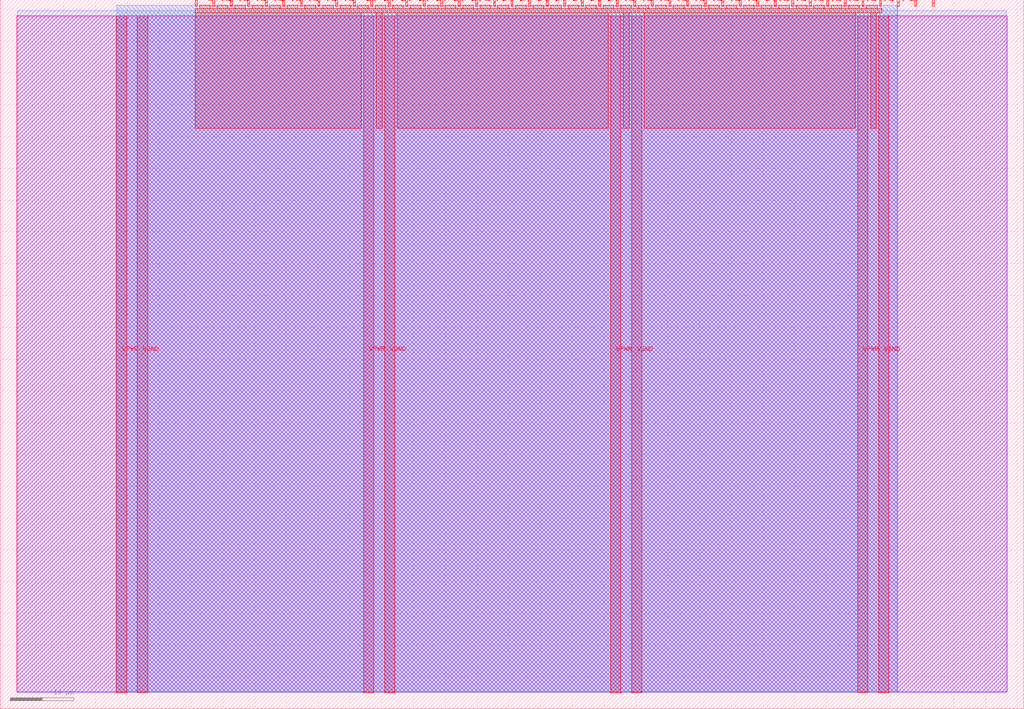
<source format=lef>
VERSION 5.7 ;
  NOWIREEXTENSIONATPIN ON ;
  DIVIDERCHAR "/" ;
  BUSBITCHARS "[]" ;
MACRO tt_um_hybrid_adder
  CLASS BLOCK ;
  FOREIGN tt_um_hybrid_adder ;
  ORIGIN 0.000 0.000 ;
  SIZE 161.000 BY 111.520 ;
  PIN VGND
    DIRECTION INOUT ;
    USE GROUND ;
    PORT
      LAYER met4 ;
        RECT 21.580 2.480 23.180 109.040 ;
    END
    PORT
      LAYER met4 ;
        RECT 60.450 2.480 62.050 109.040 ;
    END
    PORT
      LAYER met4 ;
        RECT 99.320 2.480 100.920 109.040 ;
    END
    PORT
      LAYER met4 ;
        RECT 138.190 2.480 139.790 109.040 ;
    END
  END VGND
  PIN VPWR
    DIRECTION INOUT ;
    USE POWER ;
    PORT
      LAYER met4 ;
        RECT 18.280 2.480 19.880 109.040 ;
    END
    PORT
      LAYER met4 ;
        RECT 57.150 2.480 58.750 109.040 ;
    END
    PORT
      LAYER met4 ;
        RECT 96.020 2.480 97.620 109.040 ;
    END
    PORT
      LAYER met4 ;
        RECT 134.890 2.480 136.490 109.040 ;
    END
  END VPWR
  PIN clk
    DIRECTION INPUT ;
    USE SIGNAL ;
    PORT
      LAYER met4 ;
        RECT 143.830 110.520 144.130 111.520 ;
    END
  END clk
  PIN ena
    DIRECTION INPUT ;
    USE SIGNAL ;
    PORT
      LAYER met4 ;
        RECT 146.590 110.520 146.890 111.520 ;
    END
  END ena
  PIN rst_n
    DIRECTION INPUT ;
    USE SIGNAL ;
    PORT
      LAYER met4 ;
        RECT 141.070 110.520 141.370 111.520 ;
    END
  END rst_n
  PIN ui_in[0]
    DIRECTION INPUT ;
    USE SIGNAL ;
    ANTENNAGATEAREA 0.196500 ;
    PORT
      LAYER met4 ;
        RECT 138.310 110.520 138.610 111.520 ;
    END
  END ui_in[0]
  PIN ui_in[1]
    DIRECTION INPUT ;
    USE SIGNAL ;
    ANTENNAGATEAREA 0.213000 ;
    PORT
      LAYER met4 ;
        RECT 135.550 110.520 135.850 111.520 ;
    END
  END ui_in[1]
  PIN ui_in[2]
    DIRECTION INPUT ;
    USE SIGNAL ;
    ANTENNAGATEAREA 0.196500 ;
    PORT
      LAYER met4 ;
        RECT 132.790 110.520 133.090 111.520 ;
    END
  END ui_in[2]
  PIN ui_in[3]
    DIRECTION INPUT ;
    USE SIGNAL ;
    ANTENNAGATEAREA 0.196500 ;
    PORT
      LAYER met4 ;
        RECT 130.030 110.520 130.330 111.520 ;
    END
  END ui_in[3]
  PIN ui_in[4]
    DIRECTION INPUT ;
    USE SIGNAL ;
    ANTENNAGATEAREA 0.196500 ;
    PORT
      LAYER met4 ;
        RECT 127.270 110.520 127.570 111.520 ;
    END
  END ui_in[4]
  PIN ui_in[5]
    DIRECTION INPUT ;
    USE SIGNAL ;
    ANTENNAGATEAREA 0.196500 ;
    PORT
      LAYER met4 ;
        RECT 124.510 110.520 124.810 111.520 ;
    END
  END ui_in[5]
  PIN ui_in[6]
    DIRECTION INPUT ;
    USE SIGNAL ;
    ANTENNAGATEAREA 0.196500 ;
    PORT
      LAYER met4 ;
        RECT 121.750 110.520 122.050 111.520 ;
    END
  END ui_in[6]
  PIN ui_in[7]
    DIRECTION INPUT ;
    USE SIGNAL ;
    ANTENNAGATEAREA 0.196500 ;
    PORT
      LAYER met4 ;
        RECT 118.990 110.520 119.290 111.520 ;
    END
  END ui_in[7]
  PIN uio_in[0]
    DIRECTION INPUT ;
    USE SIGNAL ;
    ANTENNAGATEAREA 0.196500 ;
    PORT
      LAYER met4 ;
        RECT 116.230 110.520 116.530 111.520 ;
    END
  END uio_in[0]
  PIN uio_in[1]
    DIRECTION INPUT ;
    USE SIGNAL ;
    ANTENNAGATEAREA 0.213000 ;
    PORT
      LAYER met4 ;
        RECT 113.470 110.520 113.770 111.520 ;
    END
  END uio_in[1]
  PIN uio_in[2]
    DIRECTION INPUT ;
    USE SIGNAL ;
    ANTENNAGATEAREA 0.196500 ;
    PORT
      LAYER met4 ;
        RECT 110.710 110.520 111.010 111.520 ;
    END
  END uio_in[2]
  PIN uio_in[3]
    DIRECTION INPUT ;
    USE SIGNAL ;
    ANTENNAGATEAREA 0.196500 ;
    PORT
      LAYER met4 ;
        RECT 107.950 110.520 108.250 111.520 ;
    END
  END uio_in[3]
  PIN uio_in[4]
    DIRECTION INPUT ;
    USE SIGNAL ;
    ANTENNAGATEAREA 0.196500 ;
    PORT
      LAYER met4 ;
        RECT 105.190 110.520 105.490 111.520 ;
    END
  END uio_in[4]
  PIN uio_in[5]
    DIRECTION INPUT ;
    USE SIGNAL ;
    ANTENNAGATEAREA 0.196500 ;
    PORT
      LAYER met4 ;
        RECT 102.430 110.520 102.730 111.520 ;
    END
  END uio_in[5]
  PIN uio_in[6]
    DIRECTION INPUT ;
    USE SIGNAL ;
    ANTENNAGATEAREA 0.196500 ;
    PORT
      LAYER met4 ;
        RECT 99.670 110.520 99.970 111.520 ;
    END
  END uio_in[6]
  PIN uio_in[7]
    DIRECTION INPUT ;
    USE SIGNAL ;
    ANTENNAGATEAREA 0.196500 ;
    PORT
      LAYER met4 ;
        RECT 96.910 110.520 97.210 111.520 ;
    END
  END uio_in[7]
  PIN uio_oe[0]
    DIRECTION OUTPUT ;
    USE SIGNAL ;
    PORT
      LAYER met4 ;
        RECT 49.990 110.520 50.290 111.520 ;
    END
  END uio_oe[0]
  PIN uio_oe[1]
    DIRECTION OUTPUT ;
    USE SIGNAL ;
    PORT
      LAYER met4 ;
        RECT 47.230 110.520 47.530 111.520 ;
    END
  END uio_oe[1]
  PIN uio_oe[2]
    DIRECTION OUTPUT ;
    USE SIGNAL ;
    PORT
      LAYER met4 ;
        RECT 44.470 110.520 44.770 111.520 ;
    END
  END uio_oe[2]
  PIN uio_oe[3]
    DIRECTION OUTPUT ;
    USE SIGNAL ;
    PORT
      LAYER met4 ;
        RECT 41.710 110.520 42.010 111.520 ;
    END
  END uio_oe[3]
  PIN uio_oe[4]
    DIRECTION OUTPUT ;
    USE SIGNAL ;
    PORT
      LAYER met4 ;
        RECT 38.950 110.520 39.250 111.520 ;
    END
  END uio_oe[4]
  PIN uio_oe[5]
    DIRECTION OUTPUT ;
    USE SIGNAL ;
    PORT
      LAYER met4 ;
        RECT 36.190 110.520 36.490 111.520 ;
    END
  END uio_oe[5]
  PIN uio_oe[6]
    DIRECTION OUTPUT ;
    USE SIGNAL ;
    PORT
      LAYER met4 ;
        RECT 33.430 110.520 33.730 111.520 ;
    END
  END uio_oe[6]
  PIN uio_oe[7]
    DIRECTION OUTPUT ;
    USE SIGNAL ;
    PORT
      LAYER met4 ;
        RECT 30.670 110.520 30.970 111.520 ;
    END
  END uio_oe[7]
  PIN uio_out[0]
    DIRECTION OUTPUT ;
    USE SIGNAL ;
    PORT
      LAYER met4 ;
        RECT 72.070 110.520 72.370 111.520 ;
    END
  END uio_out[0]
  PIN uio_out[1]
    DIRECTION OUTPUT ;
    USE SIGNAL ;
    PORT
      LAYER met4 ;
        RECT 69.310 110.520 69.610 111.520 ;
    END
  END uio_out[1]
  PIN uio_out[2]
    DIRECTION OUTPUT ;
    USE SIGNAL ;
    PORT
      LAYER met4 ;
        RECT 66.550 110.520 66.850 111.520 ;
    END
  END uio_out[2]
  PIN uio_out[3]
    DIRECTION OUTPUT ;
    USE SIGNAL ;
    PORT
      LAYER met4 ;
        RECT 63.790 110.520 64.090 111.520 ;
    END
  END uio_out[3]
  PIN uio_out[4]
    DIRECTION OUTPUT ;
    USE SIGNAL ;
    PORT
      LAYER met4 ;
        RECT 61.030 110.520 61.330 111.520 ;
    END
  END uio_out[4]
  PIN uio_out[5]
    DIRECTION OUTPUT ;
    USE SIGNAL ;
    PORT
      LAYER met4 ;
        RECT 58.270 110.520 58.570 111.520 ;
    END
  END uio_out[5]
  PIN uio_out[6]
    DIRECTION OUTPUT ;
    USE SIGNAL ;
    PORT
      LAYER met4 ;
        RECT 55.510 110.520 55.810 111.520 ;
    END
  END uio_out[6]
  PIN uio_out[7]
    DIRECTION OUTPUT ;
    USE SIGNAL ;
    PORT
      LAYER met4 ;
        RECT 52.750 110.520 53.050 111.520 ;
    END
  END uio_out[7]
  PIN uo_out[0]
    DIRECTION OUTPUT ;
    USE SIGNAL ;
    ANTENNADIFFAREA 0.795200 ;
    PORT
      LAYER met4 ;
        RECT 94.150 110.520 94.450 111.520 ;
    END
  END uo_out[0]
  PIN uo_out[1]
    DIRECTION OUTPUT ;
    USE SIGNAL ;
    ANTENNADIFFAREA 1.721000 ;
    PORT
      LAYER met4 ;
        RECT 91.390 110.520 91.690 111.520 ;
    END
  END uo_out[1]
  PIN uo_out[2]
    DIRECTION OUTPUT ;
    USE SIGNAL ;
    ANTENNADIFFAREA 1.721000 ;
    PORT
      LAYER met4 ;
        RECT 88.630 110.520 88.930 111.520 ;
    END
  END uo_out[2]
  PIN uo_out[3]
    DIRECTION OUTPUT ;
    USE SIGNAL ;
    ANTENNADIFFAREA 1.721000 ;
    PORT
      LAYER met4 ;
        RECT 85.870 110.520 86.170 111.520 ;
    END
  END uo_out[3]
  PIN uo_out[4]
    DIRECTION OUTPUT ;
    USE SIGNAL ;
    ANTENNADIFFAREA 0.445500 ;
    PORT
      LAYER met4 ;
        RECT 83.110 110.520 83.410 111.520 ;
    END
  END uo_out[4]
  PIN uo_out[5]
    DIRECTION OUTPUT ;
    USE SIGNAL ;
    ANTENNADIFFAREA 0.445500 ;
    PORT
      LAYER met4 ;
        RECT 80.350 110.520 80.650 111.520 ;
    END
  END uo_out[5]
  PIN uo_out[6]
    DIRECTION OUTPUT ;
    USE SIGNAL ;
    ANTENNADIFFAREA 0.445500 ;
    PORT
      LAYER met4 ;
        RECT 77.590 110.520 77.890 111.520 ;
    END
  END uo_out[6]
  PIN uo_out[7]
    DIRECTION OUTPUT ;
    USE SIGNAL ;
    ANTENNADIFFAREA 0.445500 ;
    PORT
      LAYER met4 ;
        RECT 74.830 110.520 75.130 111.520 ;
    END
  END uo_out[7]
  OBS
      LAYER nwell ;
        RECT 2.570 2.635 158.430 108.990 ;
      LAYER li1 ;
        RECT 2.760 2.635 158.240 108.885 ;
      LAYER met1 ;
        RECT 2.760 2.480 158.240 109.780 ;
      LAYER met2 ;
        RECT 18.310 2.535 141.130 110.685 ;
      LAYER met3 ;
        RECT 18.290 2.555 141.155 110.665 ;
      LAYER met4 ;
        RECT 31.370 110.120 33.030 110.665 ;
        RECT 34.130 110.120 35.790 110.665 ;
        RECT 36.890 110.120 38.550 110.665 ;
        RECT 39.650 110.120 41.310 110.665 ;
        RECT 42.410 110.120 44.070 110.665 ;
        RECT 45.170 110.120 46.830 110.665 ;
        RECT 47.930 110.120 49.590 110.665 ;
        RECT 50.690 110.120 52.350 110.665 ;
        RECT 53.450 110.120 55.110 110.665 ;
        RECT 56.210 110.120 57.870 110.665 ;
        RECT 58.970 110.120 60.630 110.665 ;
        RECT 61.730 110.120 63.390 110.665 ;
        RECT 64.490 110.120 66.150 110.665 ;
        RECT 67.250 110.120 68.910 110.665 ;
        RECT 70.010 110.120 71.670 110.665 ;
        RECT 72.770 110.120 74.430 110.665 ;
        RECT 75.530 110.120 77.190 110.665 ;
        RECT 78.290 110.120 79.950 110.665 ;
        RECT 81.050 110.120 82.710 110.665 ;
        RECT 83.810 110.120 85.470 110.665 ;
        RECT 86.570 110.120 88.230 110.665 ;
        RECT 89.330 110.120 90.990 110.665 ;
        RECT 92.090 110.120 93.750 110.665 ;
        RECT 94.850 110.120 96.510 110.665 ;
        RECT 97.610 110.120 99.270 110.665 ;
        RECT 100.370 110.120 102.030 110.665 ;
        RECT 103.130 110.120 104.790 110.665 ;
        RECT 105.890 110.120 107.550 110.665 ;
        RECT 108.650 110.120 110.310 110.665 ;
        RECT 111.410 110.120 113.070 110.665 ;
        RECT 114.170 110.120 115.830 110.665 ;
        RECT 116.930 110.120 118.590 110.665 ;
        RECT 119.690 110.120 121.350 110.665 ;
        RECT 122.450 110.120 124.110 110.665 ;
        RECT 125.210 110.120 126.870 110.665 ;
        RECT 127.970 110.120 129.630 110.665 ;
        RECT 130.730 110.120 132.390 110.665 ;
        RECT 133.490 110.120 135.150 110.665 ;
        RECT 136.250 110.120 137.910 110.665 ;
        RECT 30.655 109.440 138.625 110.120 ;
        RECT 30.655 91.295 56.750 109.440 ;
        RECT 59.150 91.295 60.050 109.440 ;
        RECT 62.450 91.295 95.620 109.440 ;
        RECT 98.020 91.295 98.920 109.440 ;
        RECT 101.320 91.295 134.490 109.440 ;
        RECT 136.890 91.295 137.790 109.440 ;
  END
END tt_um_hybrid_adder
END LIBRARY


</source>
